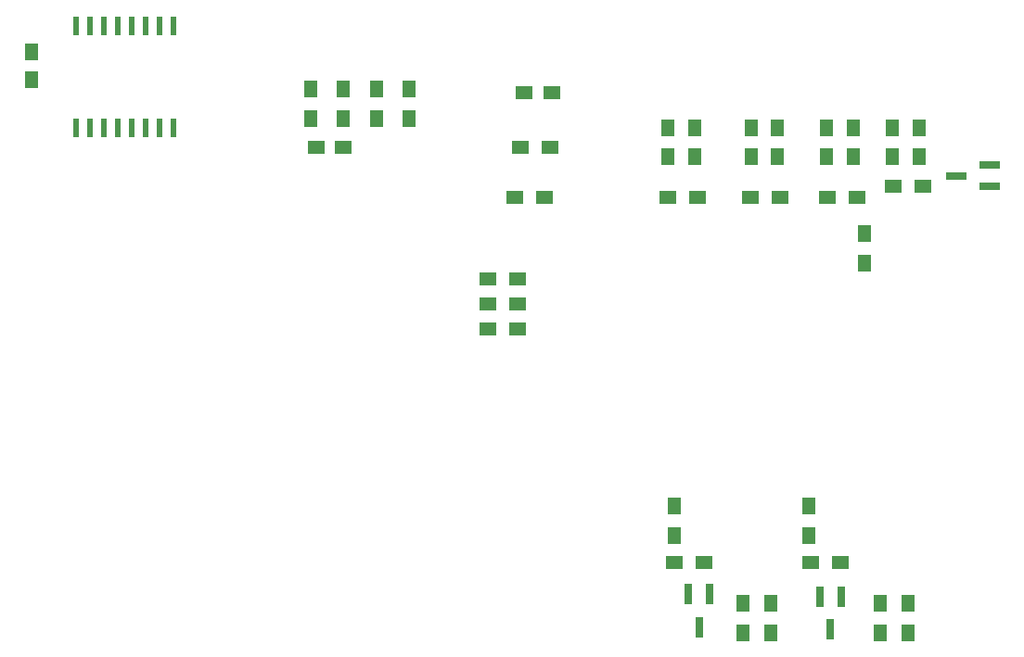
<source format=gbp>
G04 #@! TF.GenerationSoftware,KiCad,Pcbnew,no-vcs-found-01f5a12~58~ubuntu16.04.1*
G04 #@! TF.CreationDate,2017-04-25T17:38:21-04:00*
G04 #@! TF.ProjectId,noeud_senseur,6E6F6575645F73656E736575722E6B69,rev?*
G04 #@! TF.FileFunction,Paste,Bot*
G04 #@! TF.FilePolarity,Positive*
%FSLAX46Y46*%
G04 Gerber Fmt 4.6, Leading zero omitted, Abs format (unit mm)*
G04 Created by KiCad (PCBNEW no-vcs-found-01f5a12~58~ubuntu16.04.1) date Tue Apr 25 17:38:21 2017*
%MOMM*%
%LPD*%
G01*
G04 APERTURE LIST*
%ADD10C,0.100000*%
%ADD11R,0.800000X1.900000*%
%ADD12R,1.300000X1.500000*%
%ADD13R,1.500000X1.300000*%
%ADD14R,1.250000X1.500000*%
%ADD15R,1.900000X0.800000*%
%ADD16R,1.500000X1.250000*%
%ADD17R,0.600000X1.800000*%
G04 APERTURE END LIST*
D10*
D11*
X159497000Y-130805000D03*
X161397000Y-130805000D03*
X160447000Y-133805000D03*
D12*
X170500000Y-125400000D03*
X170500000Y-122700000D03*
D13*
X143890000Y-101952000D03*
X141190000Y-101952000D03*
D14*
X99500000Y-83750000D03*
X99500000Y-81250000D03*
D12*
X172080000Y-90850000D03*
X172080000Y-88150000D03*
X174580000Y-88150000D03*
X174580000Y-90850000D03*
X157580000Y-88150000D03*
X157580000Y-90850000D03*
X160080000Y-90850000D03*
X160080000Y-88150000D03*
X167000000Y-131650000D03*
X167000000Y-134350000D03*
X164500000Y-134350000D03*
X164500000Y-131650000D03*
X179500000Y-131650000D03*
X179500000Y-134350000D03*
X177000000Y-134350000D03*
X177000000Y-131650000D03*
X165216000Y-90850000D03*
X165216000Y-88150000D03*
X167580000Y-88150000D03*
X167580000Y-90850000D03*
X178080000Y-90850000D03*
X178080000Y-88150000D03*
X180580000Y-88150000D03*
X180580000Y-90850000D03*
X125000000Y-84650000D03*
X125000000Y-87350000D03*
X128000000Y-87350000D03*
X128000000Y-84650000D03*
X131000000Y-87350000D03*
X131000000Y-84650000D03*
X134000000Y-87350000D03*
X134000000Y-84650000D03*
D13*
X143650000Y-94500000D03*
X146350000Y-94500000D03*
X144150000Y-90000000D03*
X146850000Y-90000000D03*
X141190000Y-104238000D03*
X143890000Y-104238000D03*
X141190000Y-106524000D03*
X143890000Y-106524000D03*
X160350000Y-94500000D03*
X157650000Y-94500000D03*
X174850000Y-94500000D03*
X172150000Y-94500000D03*
D12*
X158161000Y-125400000D03*
X158161000Y-122700000D03*
D13*
X158208000Y-127860000D03*
X160908000Y-127860000D03*
X170654000Y-127860000D03*
X173354000Y-127860000D03*
X165150000Y-94500000D03*
X167850000Y-94500000D03*
D12*
X175560000Y-100508000D03*
X175560000Y-97808000D03*
D13*
X178150000Y-93500000D03*
X180850000Y-93500000D03*
D11*
X172450000Y-134000000D03*
X173400000Y-131000000D03*
X171500000Y-131000000D03*
D15*
X183966000Y-92554000D03*
X186966000Y-93504000D03*
X186966000Y-91604000D03*
D16*
X125500000Y-90000000D03*
X128000000Y-90000000D03*
X144500000Y-85000000D03*
X147000000Y-85000000D03*
D17*
X103555000Y-88150000D03*
X104825000Y-88150000D03*
X106095000Y-88150000D03*
X107365000Y-88150000D03*
X108635000Y-88150000D03*
X109905000Y-88150000D03*
X111175000Y-88150000D03*
X112445000Y-88150000D03*
X112445000Y-78850000D03*
X111175000Y-78850000D03*
X109905000Y-78850000D03*
X108635000Y-78850000D03*
X107365000Y-78850000D03*
X106095000Y-78850000D03*
X104825000Y-78850000D03*
X103555000Y-78850000D03*
M02*

</source>
